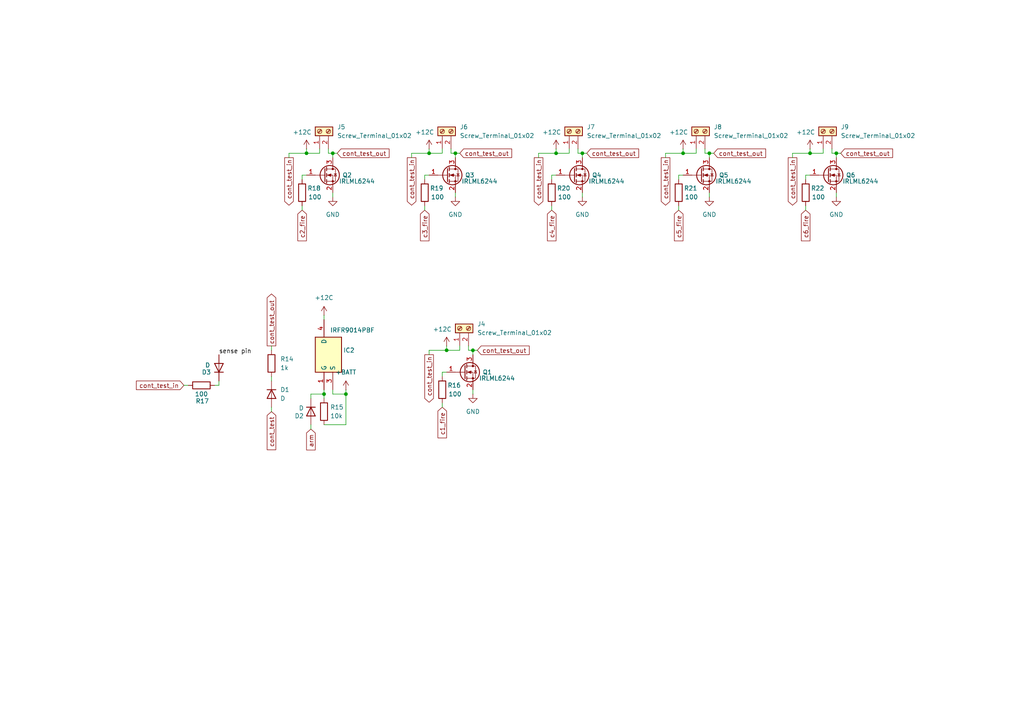
<source format=kicad_sch>
(kicad_sch (version 20250114) (generator "eeschema") (generator_version "9.0")
  (paper "A4")
  (lib_symbols
    (symbol "Connector:Screw_Terminal_01x02" (pin_names (offset 1.016) (hide yes))
      (property "Reference" "J" (at 0 2.54 0))
      (property "Value" "Screw_Terminal_01x02" (at 0 -5.08 0))
      (symbol "Screw_Terminal_01x02_1_1"
        (rectangle (start -1.27 1.27) (end 1.27 -3.81) (stroke (width 0.254)) (fill (type background)))
        (polyline (pts (xy -0.5334 0.3302) (xy 0.3302 -0.508)) (stroke (width 0.1524)))
        (polyline (pts (xy -0.5334 -2.2098) (xy 0.3302 -3.048)) (stroke (width 0.1524)))
        (polyline (pts (xy -0.3556 0.508) (xy 0.508 -0.3302)) (stroke (width 0.1524)))
        (polyline (pts (xy -0.3556 -2.032) (xy 0.508 -2.8702)) (stroke (width 0.1524)))
        (circle (center 0 0) (radius 0.635) (stroke (width 0.1524)))
        (circle (center 0 -2.54) (radius 0.635) (stroke (width 0.1524)))
        (pin passive line (at -5.08 0 0) (length 3.81) (name "Pin_1") (number "1"))
        (pin passive line (at -5.08 -2.54 0) (length 3.81) (name "Pin_2") (number "2"))
      )
    )
    (symbol "Device:D" (pin_numbers (hide yes)) (pin_names (offset 1.016) (hide yes))
      (property "Reference" "D" (at 0 2.54 0))
      (property "Value" "D" (at 0 -2.54 0))
      (symbol "D_0_1"
        (polyline (pts (xy -1.27 1.27) (xy -1.27 -1.27)) (stroke (width 0.254)))
        (polyline (pts (xy 1.27 1.27) (xy 1.27 -1.27) (xy -1.27 0) (xy 1.27 1.27)) (stroke (width 0.254)))
        (polyline (pts (xy 1.27 0) (xy -1.27 0)))
      )
      (symbol "D_1_1"
        (pin passive line (at -3.81 0 0) (length 2.54) (name "K") (number "1"))
        (pin passive line (at 3.81 0 180) (length 2.54) (name "A") (number "2"))
      )
    )
    (symbol "Device:R" (pin_numbers (hide yes)) (pin_names (offset 0))
      (property "Reference" "R" (at 2.032 0 90))
      (property "Value" "R" (at 0 0 90))
      (symbol "R_0_1"
        (rectangle (start -1.016 -2.54) (end 1.016 2.54) (stroke (width 0.254)))
      )
      (symbol "R_1_1"
        (pin passive line (at 0 3.81 270) (length 1.27) (name "~") (number "1"))
        (pin passive line (at 0 -3.81 90) (length 1.27) (name "~") (number "2"))
      )
    )
    (symbol "IRFR9014PBF:IRFR9014PBF"
      (property "Reference" "IC" (at 16.51 7.62 0))
      (property "Value" "IRFR9014PBF" (at 16.51 5.08 0))
      (symbol "IRFR9014PBF_1_1"
        (rectangle (start 5.08 2.54) (end 15.24 -5.08) (stroke (width 0.254)) (fill (type background)))
        (pin passive line (at 0 0 0) (length 5.08) (name "G") (number "1"))
        (pin passive line (at 0 -2.54 0) (length 5.08) (name "S") (number "3"))
        (pin passive line (at 20.32 0 180) (length 5.08) (name "D") (number "4"))
      )
    )
    (symbol "Transistor_FET:IRLML6244" (pin_names (offset 0) (hide yes))
      (property "Reference" "Q" (at 5.08 1.905 0))
      (property "Value" "IRLML6244" (at 5.08 0 0))
      (symbol "IRLML6244_0_1"
        (polyline (pts (xy 0.254 1.905) (xy 0.254 -1.905)) (stroke (width 0.254)))
        (polyline (pts (xy 0.254 0) (xy -2.54 0)))
        (polyline (pts (xy 0.762 2.286) (xy 0.762 1.27)) (stroke (width 0.254)))
        (polyline (pts (xy 0.762 0.508) (xy 0.762 -0.508)) (stroke (width 0.254)))
        (polyline (pts (xy 0.762 -1.27) (xy 0.762 -2.286)) (stroke (width 0.254)))
        (polyline (pts (xy 0.762 -1.778) (xy 3.302 -1.778) (xy 3.302 1.778) (xy 0.762 1.778)))
        (polyline (pts (xy 1.016 0) (xy 2.032 0.381) (xy 2.032 -0.381) (xy 1.016 0)) (fill (type outline)))
        (circle (center 1.651 0) (radius 2.794) (stroke (width 0.254)))
        (polyline (pts (xy 2.54 2.54) (xy 2.54 1.778)))
        (circle (center 2.54 1.778) (radius 0.254) (fill (type outline)))
        (circle (center 2.54 -1.778) (radius 0.254) (fill (type outline)))
        (polyline (pts (xy 2.54 -2.54) (xy 2.54 0) (xy 0.762 0)))
        (polyline (pts (xy 2.921 0.381) (xy 3.683 0.381)))
        (polyline (pts (xy 3.302 0.381) (xy 2.921 -0.254) (xy 3.683 -0.254) (xy 3.302 0.381)))
      )
      (symbol "IRLML6244_1_1"
        (pin input line (at -5.08 0 0) (length 2.54) (name "G") (number "1"))
        (pin passive line (at 2.54 5.08 270) (length 2.54) (name "D") (number "3"))
        (pin passive line (at 2.54 -5.08 90) (length 2.54) (name "S") (number "2"))
      )
    )
    (symbol "power:+12C" (power) (pin_numbers (hide yes)) (pin_names (offset 0) (hide yes))
      (property "Value" "+12C" (at 0 3.556 0))
      (symbol "+12C_0_1"
        (polyline (pts (xy -0.762 1.27) (xy 0 2.54)))
        (polyline (pts (xy 0 2.54) (xy 0.762 1.27)))
        (polyline (pts (xy 0 0) (xy 0 2.54)))
      )
      (symbol "+12C_1_1"
        (pin power_in line (at 0 0 90) (length 0) (name "~") (number "1"))
      )
    )
    (symbol "power:+BATT" (power) (pin_numbers (hide yes)) (pin_names (offset 0) (hide yes))
      (property "Value" "+BATT" (at 0 3.556 0))
      (symbol "+BATT_0_1"
        (polyline (pts (xy -0.762 1.27) (xy 0 2.54)))
        (polyline (pts (xy 0 2.54) (xy 0.762 1.27)))
        (polyline (pts (xy 0 0) (xy 0 2.54)))
      )
      (symbol "+BATT_1_1"
        (pin power_in line (at 0 0 90) (length 0) (name "~") (number "1"))
      )
    )
    (symbol "power:GND" (power) (pin_numbers (hide yes)) (pin_names (offset 0) (hide yes))
      (property "Value" "GND" (at 0 -3.81 0))
      (symbol "GND_0_1"
        (polyline (pts (xy 0 0) (xy 0 -1.27) (xy 1.27 -1.27) (xy 0 -2.54) (xy -1.27 -1.27) (xy 0 -1.27)))
      )
      (symbol "GND_1_1"
        (pin power_in line (at 0 0 270) (length 0) (name "~") (number "1"))
      )
    )
  )
  (junction (at 242.57 44.45))
  (junction (at 168.91 44.45))
  (junction (at 124.46 44.45))
  (junction (at 96.52 44.45))
  (junction (at 100.33 114.3))
  (junction (at 234.95 44.45))
  (junction (at 88.9 44.45))
  (junction (at 132.08 44.45))
  (junction (at 93.98 114.3))
  (junction (at 198.12 44.45))
  (junction (at 129.54 101.6))
  (junction (at 161.29 44.45))
  (junction (at 205.74 44.45))
  (junction (at 137.16 101.6))
  (wire (pts (xy 53.34 111.76) (xy 54.61 111.76)))
  (wire (pts (xy 137.16 101.6) (xy 137.16 102.87)))
  (wire (pts (xy 233.68 50.8) (xy 234.95 50.8)))
  (wire (pts (xy 205.74 44.45) (xy 205.74 45.72)))
  (wire (pts (xy 233.68 50.8) (xy 233.68 52.07)))
  (wire (pts (xy 90.17 114.3) (xy 93.98 114.3)))
  (wire (pts (xy 132.08 44.45) (xy 133.35 44.45)))
  (wire (pts (xy 128.27 44.45) (xy 128.27 43.18)))
  (wire (pts (xy 242.57 55.88) (xy 242.57 57.15)))
  (wire (pts (xy 96.52 114.3) (xy 96.52 113.03)))
  (wire (pts (xy 242.57 44.45) (xy 243.84 44.45)))
  (wire (pts (xy 87.63 50.8) (xy 87.63 52.07)))
  (wire (pts (xy 161.29 44.45) (xy 165.1 44.45)))
  (wire (pts (xy 205.74 55.88) (xy 205.74 57.15)))
  (wire (pts (xy 198.12 44.45) (xy 198.12 43.18)))
  (wire (pts (xy 135.89 101.6) (xy 137.16 101.6)))
  (wire (pts (xy 196.85 50.8) (xy 196.85 52.07)))
  (wire (pts (xy 204.47 43.18) (xy 204.47 44.45)))
  (wire (pts (xy 229.87 44.45) (xy 234.95 44.45)))
  (wire (pts (xy 123.19 59.69) (xy 123.19 60.96)))
  (wire (pts (xy 119.38 44.45) (xy 124.46 44.45)))
  (wire (pts (xy 95.25 43.18) (xy 95.25 44.45)))
  (wire (pts (xy 124.46 101.6) (xy 129.54 101.6)))
  (wire (pts (xy 204.47 44.45) (xy 205.74 44.45)))
  (wire (pts (xy 123.19 50.8) (xy 124.46 50.8)))
  (wire (pts (xy 63.5 111.76) (xy 62.23 111.76)))
  (wire (pts (xy 168.91 44.45) (xy 168.91 45.72)))
  (wire (pts (xy 167.64 44.45) (xy 168.91 44.45)))
  (wire (pts (xy 96.52 44.45) (xy 96.52 45.72)))
  (wire (pts (xy 160.02 50.8) (xy 161.29 50.8)))
  (wire (pts (xy 167.64 43.18) (xy 167.64 44.45)))
  (wire (pts (xy 238.76 44.45) (xy 238.76 43.18)))
  (wire (pts (xy 90.17 123.19) (xy 90.17 124.46)))
  (wire (pts (xy 88.9 44.45) (xy 92.71 44.45)))
  (wire (pts (xy 156.21 45.72) (xy 156.21 44.45)))
  (wire (pts (xy 93.98 113.03) (xy 93.98 114.3)))
  (wire (pts (xy 160.02 50.8) (xy 160.02 52.07)))
  (wire (pts (xy 168.91 44.45) (xy 170.18 44.45)))
  (wire (pts (xy 193.04 45.72) (xy 193.04 44.45)))
  (wire (pts (xy 87.63 59.69) (xy 87.63 60.96)))
  (wire (pts (xy 78.74 118.11) (xy 78.74 119.38)))
  (wire (pts (xy 242.57 44.45) (xy 242.57 45.72)))
  (wire (pts (xy 129.54 101.6) (xy 133.35 101.6)))
  (wire (pts (xy 124.46 102.87) (xy 124.46 101.6)))
  (wire (pts (xy 132.08 44.45) (xy 132.08 45.72)))
  (wire (pts (xy 168.91 55.88) (xy 168.91 57.15)))
  (wire (pts (xy 93.98 114.3) (xy 93.98 115.57)))
  (wire (pts (xy 124.46 44.45) (xy 128.27 44.45)))
  (wire (pts (xy 156.21 44.45) (xy 161.29 44.45)))
  (wire (pts (xy 135.89 100.33) (xy 135.89 101.6)))
  (wire (pts (xy 229.87 45.72) (xy 229.87 44.45)))
  (wire (pts (xy 196.85 59.69) (xy 196.85 60.96)))
  (wire (pts (xy 88.9 44.45) (xy 88.9 43.18)))
  (wire (pts (xy 137.16 101.6) (xy 138.43 101.6)))
  (wire (pts (xy 100.33 114.3) (xy 96.52 114.3)))
  (wire (pts (xy 165.1 44.45) (xy 165.1 43.18)))
  (wire (pts (xy 241.3 43.18) (xy 241.3 44.45)))
  (wire (pts (xy 241.3 44.45) (xy 242.57 44.45)))
  (wire (pts (xy 234.95 44.45) (xy 234.95 43.18)))
  (wire (pts (xy 78.74 109.22) (xy 78.74 110.49)))
  (wire (pts (xy 128.27 107.95) (xy 128.27 109.22)))
  (wire (pts (xy 201.93 44.45) (xy 201.93 43.18)))
  (wire (pts (xy 93.98 91.44) (xy 93.98 92.71)))
  (wire (pts (xy 205.74 44.45) (xy 207.01 44.45)))
  (wire (pts (xy 132.08 55.88) (xy 132.08 57.15)))
  (wire (pts (xy 129.54 101.6) (xy 129.54 100.33)))
  (wire (pts (xy 233.68 59.69) (xy 233.68 60.96)))
  (wire (pts (xy 96.52 44.45) (xy 97.79 44.45)))
  (wire (pts (xy 133.35 101.6) (xy 133.35 100.33)))
  (wire (pts (xy 100.33 123.19) (xy 100.33 114.3)))
  (wire (pts (xy 78.74 100.33) (xy 78.74 101.6)))
  (wire (pts (xy 124.46 44.45) (xy 124.46 43.18)))
  (wire (pts (xy 234.95 44.45) (xy 238.76 44.45)))
  (wire (pts (xy 130.81 43.18) (xy 130.81 44.45)))
  (wire (pts (xy 128.27 107.95) (xy 129.54 107.95)))
  (wire (pts (xy 100.33 113.03) (xy 100.33 114.3)))
  (wire (pts (xy 198.12 44.45) (xy 201.93 44.45)))
  (wire (pts (xy 87.63 50.8) (xy 88.9 50.8)))
  (wire (pts (xy 196.85 50.8) (xy 198.12 50.8)))
  (wire (pts (xy 161.29 44.45) (xy 161.29 43.18)))
  (wire (pts (xy 95.25 44.45) (xy 96.52 44.45)))
  (wire (pts (xy 130.81 44.45) (xy 132.08 44.45)))
  (wire (pts (xy 137.16 113.03) (xy 137.16 114.3)))
  (wire (pts (xy 193.04 44.45) (xy 198.12 44.45)))
  (wire (pts (xy 119.38 45.72) (xy 119.38 44.45)))
  (wire (pts (xy 93.98 123.19) (xy 100.33 123.19)))
  (wire (pts (xy 63.5 111.76) (xy 63.5 110.49)))
  (wire (pts (xy 160.02 59.69) (xy 160.02 60.96)))
  (wire (pts (xy 96.52 55.88) (xy 96.52 57.15)))
  (wire (pts (xy 128.27 116.84) (xy 128.27 118.11)))
  (wire (pts (xy 123.19 50.8) (xy 123.19 52.07)))
  (wire (pts (xy 83.82 44.45) (xy 88.9 44.45)))
  (wire (pts (xy 92.71 44.45) (xy 92.71 43.18)))
  (wire (pts (xy 83.82 45.72) (xy 83.82 44.45)))
  (wire (pts (xy 90.17 114.3) (xy 90.17 115.57)))
  (label "sense pin" (at 63.5 102.87 0))
  (global_label "c3_fire" (shape input) (at 123.19 60.96 270) (property "Intersheetrefs" "${INTERSHEET_REFS}" (effects (hide yes))))
  (global_label "arm" (shape input) (at 90.17 124.46 270) (property "Intersheetrefs" "${INTERSHEET_REFS}" (effects (hide yes))))
  (global_label "cont_test_in" (shape output) (at 229.87 45.72 270) (property "Intersheetrefs" "${INTERSHEET_REFS}" (effects (hide yes))))
  (global_label "cont_test_out" (shape input) (at 170.18 44.45 0) (property "Intersheetrefs" "${INTERSHEET_REFS}" (effects (hide yes))))
  (global_label "c4_fire" (shape input) (at 160.02 60.96 270) (property "Intersheetrefs" "${INTERSHEET_REFS}" (effects (hide yes))))
  (global_label "cont_test_in" (shape output) (at 156.21 45.72 270) (property "Intersheetrefs" "${INTERSHEET_REFS}" (effects (hide yes))))
  (global_label "cont_test_in" (shape output) (at 119.38 45.72 270) (property "Intersheetrefs" "${INTERSHEET_REFS}" (effects (hide yes))))
  (global_label "cont_test_out" (shape input) (at 138.43 101.6 0) (property "Intersheetrefs" "${INTERSHEET_REFS}" (effects (hide yes))))
  (global_label "cont_test_out" (shape output) (at 78.74 100.33 90) (property "Intersheetrefs" "${INTERSHEET_REFS}" (effects (hide yes))))
  (global_label "c5_fire" (shape input) (at 196.85 60.96 270) (property "Intersheetrefs" "${INTERSHEET_REFS}" (effects (hide yes))))
  (global_label "cont_test_in" (shape output) (at 124.46 102.87 270) (property "Intersheetrefs" "${INTERSHEET_REFS}" (effects (hide yes))))
  (global_label "cont_test_in" (shape output) (at 193.04 45.72 270) (property "Intersheetrefs" "${INTERSHEET_REFS}" (effects (hide yes))))
  (global_label "cont_test_out" (shape input) (at 133.35 44.45 0) (property "Intersheetrefs" "${INTERSHEET_REFS}" (effects (hide yes))))
  (global_label "c1_fire" (shape input) (at 128.27 118.11 270) (property "Intersheetrefs" "${INTERSHEET_REFS}" (effects (hide yes))))
  (global_label "cont_test_out" (shape input) (at 97.79 44.45 0) (property "Intersheetrefs" "${INTERSHEET_REFS}" (effects (hide yes))))
  (global_label "c2_fire" (shape input) (at 87.63 60.96 270) (property "Intersheetrefs" "${INTERSHEET_REFS}" (effects (hide yes))))
  (global_label "cont_test_in" (shape output) (at 83.82 45.72 270) (property "Intersheetrefs" "${INTERSHEET_REFS}" (effects (hide yes))))
  (global_label "cont_test_out" (shape input) (at 243.84 44.45 0) (property "Intersheetrefs" "${INTERSHEET_REFS}" (effects (hide yes))))
  (global_label "cont_test" (shape input) (at 78.74 119.38 270) (property "Intersheetrefs" "${INTERSHEET_REFS}" (effects (hide yes))))
  (global_label "c6_fire" (shape input) (at 233.68 60.96 270) (property "Intersheetrefs" "${INTERSHEET_REFS}" (effects (hide yes))))
  (global_label "cont_test_out" (shape input) (at 207.01 44.45 0) (property "Intersheetrefs" "${INTERSHEET_REFS}" (effects (hide yes))))
  (global_label "cont_test_in" (shape input) (at 53.34 111.76 180) (property "Intersheetrefs" "${INTERSHEET_REFS}" (effects (hide yes))))
  (symbol (lib_id "power:GND") (at 96.52 57.15 0) (unit 1)
    (property "Reference" "#PWR037" (effects (hide yes)))
    (property "Value" "GND" (at 96.52 62.23 0))
    (property "Description" "Power symbol creates a global label with name \"GND\" , ground" (effects (hide yes)))
  )
  (symbol (lib_id "power:GND") (at 137.16 114.3 0) (unit 1)
    (property "Reference" "#PWR035" (effects (hide yes)))
    (property "Value" "GND" (at 137.16 119.38 0))
    (property "Description" "Power symbol creates a global label with name \"GND\" , ground" (effects (hide yes)))
  )
  (symbol (lib_id "Device:R") (at 93.98 119.38 0) (unit 1)
    (property "Reference" "R15" (at 95.758 118.11 0) (effects (justify left)))
    (property "Value" "10k" (at 95.758 120.65 0) (effects (justify left)))
    (property "Footprint" "Resistor_SMD:R_0603_1608Metric" (effects (hide yes)))
    (property "Description" "Resistor" (effects (hide yes)))
  )
  (symbol (lib_id "power:GND") (at 168.91 57.15 0) (unit 1)
    (property "Reference" "#PWR041" (effects (hide yes)))
    (property "Value" "GND" (at 168.91 62.23 0))
    (property "Description" "Power symbol creates a global label with name \"GND\" , ground" (effects (hide yes)))
  )
  (symbol (lib_id "Device:R") (at 58.42 111.76 90) (unit 1)
    (property "Reference" "R17" (at 58.674 116.332 90))
    (property "Value" "100" (at 58.42 114.3 90))
    (property "Footprint" "Resistor_SMD:R_0603_1608Metric" (effects (hide yes)))
    (property "Description" "Resistor" (effects (hide yes)))
  )
  (symbol (lib_id "Connector:Screw_Terminal_01x02") (at 133.35 95.25 90) (unit 1)
    (property "Reference" "J4" (at 138.43 93.9799 90) (effects (justify right)))
    (property "Value" "Screw_Terminal_01x02" (at 138.43 96.5199 90) (effects (justify right)))
    (property "Footprint" "TerminalBlock:TerminalBlock_Xinya_XY308-2.54-2P_1x02_P2.54mm_Horizontal" (effects (hide yes)))
    (property "Description" "Generic screw terminal, single row, 01x02, script generated (kicad-library-utils/schlib/autogen/connector/)" (effects (hide yes)))
  )
  (symbol (lib_id "Device:D") (at 63.5 106.68 90) (unit 1)
    (property "Reference" "D3" (at 61.214 107.95 90) (effects (justify left)))
    (property "Value" "D" (at 60.96 105.918 90) (effects (justify left)))
    (property "Footprint" "Diode_SMD:D_0603_1608Metric" (effects (hide yes)))
    (property "Description" "Diode" (effects (hide yes)))
    (property "Sim.Device" "D" (effects (hide yes)))
    (property "Sim.Pins" "1=K 2=A" (effects (hide yes)))
  )
  (symbol (lib_id "Connector:Screw_Terminal_01x02") (at 165.1 38.1 90) (unit 1)
    (property "Reference" "J7" (at 170.18 36.8299 90) (effects (justify right)))
    (property "Value" "Screw_Terminal_01x02" (at 170.18 39.3699 90) (effects (justify right)))
    (property "Footprint" "TerminalBlock:TerminalBlock_Xinya_XY308-2.54-2P_1x02_P2.54mm_Horizontal" (effects (hide yes)))
    (property "Description" "Generic screw terminal, single row, 01x02, script generated (kicad-library-utils/schlib/autogen/connector/)" (effects (hide yes)))
  )
  (symbol (lib_id "Transistor_FET:IRLML6244") (at 240.03 50.8 0) (unit 1)
    (property "Reference" "Q6" (at 245.364 50.8 0) (effects (justify left)))
    (property "Value" "IRLML6244" (at 244.348 52.578 0) (effects (justify left)))
    (property "Footprint" "Package_TO_SOT_SMD:SOT-23" (effects (hide yes)))
    (property "Datasheet" "https://www.infineon.com/dgdl/Infineon-IRLML6244-DataSheet-v01_01-EN.pdf?fileId=5546d462533600a4015356686fed261f" (effects (hide yes)))
    (property "Description" "6.3A Id, 20V Vds, 21mOhm Rds, N-Channel StrongIRFET Power MOSFET, SOT-23" (effects (hide yes)))
  )
  (symbol (lib_id "Connector:Screw_Terminal_01x02") (at 238.76 38.1 90) (unit 1)
    (property "Reference" "J9" (at 243.84 36.8299 90) (effects (justify right)))
    (property "Value" "Screw_Terminal_01x02" (at 243.84 39.3699 90) (effects (justify right)))
    (property "Footprint" "TerminalBlock:TerminalBlock_Xinya_XY308-2.54-2P_1x02_P2.54mm_Horizontal" (effects (hide yes)))
    (property "Description" "Generic screw terminal, single row, 01x02, script generated (kicad-library-utils/schlib/autogen/connector/)" (effects (hide yes)))
  )
  (symbol (lib_id "power:+12C") (at 88.9 43.18 0) (unit 1)
    (property "Reference" "#PWR036" (effects (hide yes)))
    (property "Value" "+12C" (at 87.63 38.354 0))
    (property "Description" "Power symbol creates a global label with name \"+12C\"" (effects (hide yes)))
  )
  (symbol (lib_id "Connector:Screw_Terminal_01x02") (at 92.71 38.1 90) (unit 1)
    (property "Reference" "J5" (at 97.79 36.8299 90) (effects (justify right)))
    (property "Value" "Screw_Terminal_01x02" (at 97.79 39.3699 90) (effects (justify right)))
    (property "Footprint" "TerminalBlock:TerminalBlock_Xinya_XY308-2.54-2P_1x02_P2.54mm_Horizontal" (effects (hide yes)))
    (property "Description" "Generic screw terminal, single row, 01x02, script generated (kicad-library-utils/schlib/autogen/connector/)" (effects (hide yes)))
  )
  (symbol (lib_id "Connector:Screw_Terminal_01x02") (at 128.27 38.1 90) (unit 1)
    (property "Reference" "J6" (at 133.35 36.8299 90) (effects (justify right)))
    (property "Value" "Screw_Terminal_01x02" (at 133.35 39.3699 90) (effects (justify right)))
    (property "Footprint" "TerminalBlock:TerminalBlock_Xinya_XY308-2.54-2P_1x02_P2.54mm_Horizontal" (effects (hide yes)))
    (property "Description" "Generic screw terminal, single row, 01x02, script generated (kicad-library-utils/schlib/autogen/connector/)" (effects (hide yes)))
  )
  (symbol (lib_id "Device:D") (at 90.17 119.38 270) (unit 1)
    (property "Reference" "D2" (at 88.138 120.65 90) (effects (justify right)))
    (property "Value" "D" (at 88.138 118.364 90) (effects (justify right)))
    (property "Footprint" "Diode_SMD:D_0603_1608Metric" (effects (hide yes)))
    (property "Description" "Diode" (effects (hide yes)))
    (property "Sim.Device" "D" (effects (hide yes)))
    (property "Sim.Pins" "1=K 2=A" (effects (hide yes)))
  )
  (symbol (lib_id "Device:R") (at 123.19 55.88 0) (unit 1)
    (property "Reference" "R19" (at 124.714 54.61 0) (effects (justify left)))
    (property "Value" "100" (at 124.968 57.15 0) (effects (justify left)))
    (property "Footprint" "Resistor_SMD:R_0603_1608Metric" (effects (hide yes)))
    (property "Description" "Resistor" (effects (hide yes)))
  )
  (symbol (lib_id "Device:R") (at 87.63 55.88 0) (unit 1)
    (property "Reference" "R18" (at 89.154 54.61 0) (effects (justify left)))
    (property "Value" "100" (at 89.408 57.15 0) (effects (justify left)))
    (property "Footprint" "Resistor_SMD:R_0603_1608Metric" (effects (hide yes)))
    (property "Description" "Resistor" (effects (hide yes)))
  )
  (symbol (lib_id "Device:R") (at 128.27 113.03 0) (unit 1)
    (property "Reference" "R16" (at 129.794 111.76 0) (effects (justify left)))
    (property "Value" "100" (at 130.048 114.3 0) (effects (justify left)))
    (property "Footprint" "Resistor_SMD:R_0603_1608Metric" (effects (hide yes)))
    (property "Description" "Resistor" (effects (hide yes)))
  )
  (symbol (lib_id "power:+12C") (at 93.98 91.44 0) (unit 1)
    (property "Reference" "#PWR032" (effects (hide yes)))
    (property "Value" "+12C" (at 93.98 86.36 0))
    (property "Description" "Power symbol creates a global label with name \"+12C\"" (effects (hide yes)))
  )
  (symbol (lib_id "IRFR9014PBF:IRFR9014PBF") (at 93.98 113.03 90) (unit 1)
    (property "Reference" "IC2" (at 99.568 101.6 90) (effects (justify right)))
    (property "Value" "IRFR9014PBF" (at 95.758 95.758 90) (effects (justify right)))
    (property "Footprint" "footprints:TO228P990X238-3N" (effects (hide yes)))
    (property "Datasheet" "http://www.vishay.com/docs/91277/sihfr901.pdf" (effects (hide yes)))
    (property "Description" "IRFR9014PBF, P-channel MOSFET Transistor, 5.1 A 60 V, 3-Pin D-PAK" (effects (hide yes)))
    (property "Mouser Part Number" "844-IRFR9014PBF" (effects (hide yes)))
    (property "Mouser Price/Stock" "https://www.mouser.co.uk/ProductDetail/Vishay-Semiconductors/IRFR9014PBF?qs=cvaI6ThkwxvO%2FgFkxCxkOw%3D%3D" (effects (hide yes)))
    (property "Manufacturer_Name" "Vishay" (effects (hide yes)))
    (property "Manufacturer_Part_Number" "IRFR9014PBF" (effects (hide yes)))
  )
  (symbol (lib_id "power:+12C") (at 161.29 43.18 0) (unit 1)
    (property "Reference" "#PWR040" (effects (hide yes)))
    (property "Value" "+12C" (at 160.02 38.354 0))
    (property "Description" "Power symbol creates a global label with name \"+12C\"" (effects (hide yes)))
  )
  (symbol (lib_id "Device:R") (at 233.68 55.88 0) (unit 1)
    (property "Reference" "R22" (at 235.204 54.61 0) (effects (justify left)))
    (property "Value" "100" (at 235.458 57.15 0) (effects (justify left)))
    (property "Footprint" "Resistor_SMD:R_0603_1608Metric" (effects (hide yes)))
    (property "Description" "Resistor" (effects (hide yes)))
  )
  (symbol (lib_id "power:GND") (at 132.08 57.15 0) (unit 1)
    (property "Reference" "#PWR039" (effects (hide yes)))
    (property "Value" "GND" (at 132.08 62.23 0))
    (property "Description" "Power symbol creates a global label with name \"GND\" , ground" (effects (hide yes)))
  )
  (symbol (lib_id "power:+12C") (at 198.12 43.18 0) (unit 1)
    (property "Reference" "#PWR042" (effects (hide yes)))
    (property "Value" "+12C" (at 196.85 38.354 0))
    (property "Description" "Power symbol creates a global label with name \"+12C\"" (effects (hide yes)))
  )
  (symbol (lib_id "Transistor_FET:IRLML6244") (at 134.62 107.95 0) (unit 1)
    (property "Reference" "Q1" (at 139.954 107.95 0) (effects (justify left)))
    (property "Value" "IRLML6244" (at 138.938 109.728 0) (effects (justify left)))
    (property "Footprint" "Package_TO_SOT_SMD:SOT-23" (effects (hide yes)))
    (property "Datasheet" "https://www.infineon.com/dgdl/Infineon-IRLML6244-DataSheet-v01_01-EN.pdf?fileId=5546d462533600a4015356686fed261f" (effects (hide yes)))
    (property "Description" "6.3A Id, 20V Vds, 21mOhm Rds, N-Channel StrongIRFET Power MOSFET, SOT-23" (effects (hide yes)))
  )
  (symbol (lib_id "Device:R") (at 160.02 55.88 0) (unit 1)
    (property "Reference" "R20" (at 161.544 54.61 0) (effects (justify left)))
    (property "Value" "100" (at 161.798 57.15 0) (effects (justify left)))
    (property "Footprint" "Resistor_SMD:R_0603_1608Metric" (effects (hide yes)))
    (property "Description" "Resistor" (effects (hide yes)))
  )
  (symbol (lib_id "power:GND") (at 205.74 57.15 0) (unit 1)
    (property "Reference" "#PWR043" (effects (hide yes)))
    (property "Value" "GND" (at 205.74 62.23 0))
    (property "Description" "Power symbol creates a global label with name \"GND\" , ground" (effects (hide yes)))
  )
  (symbol (lib_id "power:+12C") (at 124.46 43.18 0) (unit 1)
    (property "Reference" "#PWR038" (effects (hide yes)))
    (property "Value" "+12C" (at 123.19 38.354 0))
    (property "Description" "Power symbol creates a global label with name \"+12C\"" (effects (hide yes)))
  )
  (symbol (lib_id "Device:R") (at 196.85 55.88 0) (unit 1)
    (property "Reference" "R21" (at 198.374 54.61 0) (effects (justify left)))
    (property "Value" "100" (at 198.628 57.15 0) (effects (justify left)))
    (property "Footprint" "Resistor_SMD:R_0603_1608Metric" (effects (hide yes)))
    (property "Description" "Resistor" (effects (hide yes)))
  )
  (symbol (lib_id "Connector:Screw_Terminal_01x02") (at 201.93 38.1 90) (unit 1)
    (property "Reference" "J8" (at 207.01 36.8299 90) (effects (justify right)))
    (property "Value" "Screw_Terminal_01x02" (at 207.01 39.3699 90) (effects (justify right)))
    (property "Footprint" "TerminalBlock:TerminalBlock_Xinya_XY308-2.54-2P_1x02_P2.54mm_Horizontal" (effects (hide yes)))
    (property "Description" "Generic screw terminal, single row, 01x02, script generated (kicad-library-utils/schlib/autogen/connector/)" (effects (hide yes)))
  )
  (symbol (lib_id "Transistor_FET:IRLML6244") (at 93.98 50.8 0) (unit 1)
    (property "Reference" "Q2" (at 99.314 50.8 0) (effects (justify left)))
    (property "Value" "IRLML6244" (at 98.298 52.578 0) (effects (justify left)))
    (property "Footprint" "Package_TO_SOT_SMD:SOT-23" (effects (hide yes)))
    (property "Datasheet" "https://www.infineon.com/dgdl/Infineon-IRLML6244-DataSheet-v01_01-EN.pdf?fileId=5546d462533600a4015356686fed261f" (effects (hide yes)))
    (property "Description" "6.3A Id, 20V Vds, 21mOhm Rds, N-Channel StrongIRFET Power MOSFET, SOT-23" (effects (hide yes)))
  )
  (symbol (lib_id "Device:D") (at 78.74 114.3 270) (unit 1)
    (property "Reference" "D1" (at 81.28 113.0299 90) (effects (justify left)))
    (property "Value" "D" (at 81.28 115.5699 90) (effects (justify left)))
    (property "Footprint" "Diode_SMD:D_0603_1608Metric" (effects (hide yes)))
    (property "Description" "Diode" (effects (hide yes)))
    (property "Sim.Device" "D" (effects (hide yes)))
    (property "Sim.Pins" "1=K 2=A" (effects (hide yes)))
  )
  (symbol (lib_id "power:+BATT") (at 100.33 113.03 0) (unit 1)
    (property "Reference" "#PWR033" (effects (hide yes)))
    (property "Value" "+BATT" (at 100.33 107.95 0))
    (property "Description" "Power symbol creates a global label with name \"+BATT\"" (effects (hide yes)))
  )
  (symbol (lib_id "Transistor_FET:IRLML6244") (at 129.54 50.8 0) (unit 1)
    (property "Reference" "Q3" (at 134.874 50.8 0) (effects (justify left)))
    (property "Value" "IRLML6244" (at 133.858 52.578 0) (effects (justify left)))
    (property "Footprint" "Package_TO_SOT_SMD:SOT-23" (effects (hide yes)))
    (property "Datasheet" "https://www.infineon.com/dgdl/Infineon-IRLML6244-DataSheet-v01_01-EN.pdf?fileId=5546d462533600a4015356686fed261f" (effects (hide yes)))
    (property "Description" "6.3A Id, 20V Vds, 21mOhm Rds, N-Channel StrongIRFET Power MOSFET, SOT-23" (effects (hide yes)))
  )
  (symbol (lib_id "power:GND") (at 242.57 57.15 0) (unit 1)
    (property "Reference" "#PWR045" (effects (hide yes)))
    (property "Value" "GND" (at 242.57 62.23 0))
    (property "Description" "Power symbol creates a global label with name \"GND\" , ground" (effects (hide yes)))
  )
  (symbol (lib_id "Device:R") (at 78.74 105.41 0) (unit 1)
    (property "Reference" "R14" (at 81.28 104.1399 0) (effects (justify left)))
    (property "Value" "1k" (at 81.28 106.6799 0) (effects (justify left)))
    (property "Footprint" "Resistor_SMD:R_0805_2012Metric" (effects (hide yes)))
    (property "Description" "Resistor" (effects (hide yes)))
  )
  (symbol (lib_id "Transistor_FET:IRLML6244") (at 203.2 50.8 0) (unit 1)
    (property "Reference" "Q5" (at 208.534 50.8 0) (effects (justify left)))
    (property "Value" "IRLML6244" (at 207.518 52.578 0) (effects (justify left)))
    (property "Footprint" "Package_TO_SOT_SMD:SOT-23" (effects (hide yes)))
    (property "Datasheet" "https://www.infineon.com/dgdl/Infineon-IRLML6244-DataSheet-v01_01-EN.pdf?fileId=5546d462533600a4015356686fed261f" (effects (hide yes)))
    (property "Description" "6.3A Id, 20V Vds, 21mOhm Rds, N-Channel StrongIRFET Power MOSFET, SOT-23" (effects (hide yes)))
  )
  (symbol (lib_id "Transistor_FET:IRLML6244") (at 166.37 50.8 0) (unit 1)
    (property "Reference" "Q4" (at 171.704 50.8 0) (effects (justify left)))
    (property "Value" "IRLML6244" (at 170.688 52.578 0) (effects (justify left)))
    (property "Footprint" "Package_TO_SOT_SMD:SOT-23" (effects (hide yes)))
    (property "Datasheet" "https://www.infineon.com/dgdl/Infineon-IRLML6244-DataSheet-v01_01-EN.pdf?fileId=5546d462533600a4015356686fed261f" (effects (hide yes)))
    (property "Description" "6.3A Id, 20V Vds, 21mOhm Rds, N-Channel StrongIRFET Power MOSFET, SOT-23" (effects (hide yes)))
  )
  (symbol (lib_id "power:+12C") (at 234.95 43.18 0) (unit 1)
    (property "Reference" "#PWR044" (effects (hide yes)))
    (property "Value" "+12C" (at 233.68 38.354 0))
    (property "Description" "Power symbol creates a global label with name \"+12C\"" (effects (hide yes)))
  )
  (symbol (lib_id "power:+12C") (at 129.54 100.33 0) (unit 1)
    (property "Reference" "#PWR034" (effects (hide yes)))
    (property "Value" "+12C" (at 128.27 95.504 0))
    (property "Description" "Power symbol creates a global label with name \"+12C\"" (effects (hide yes)))
  )
)
</source>
